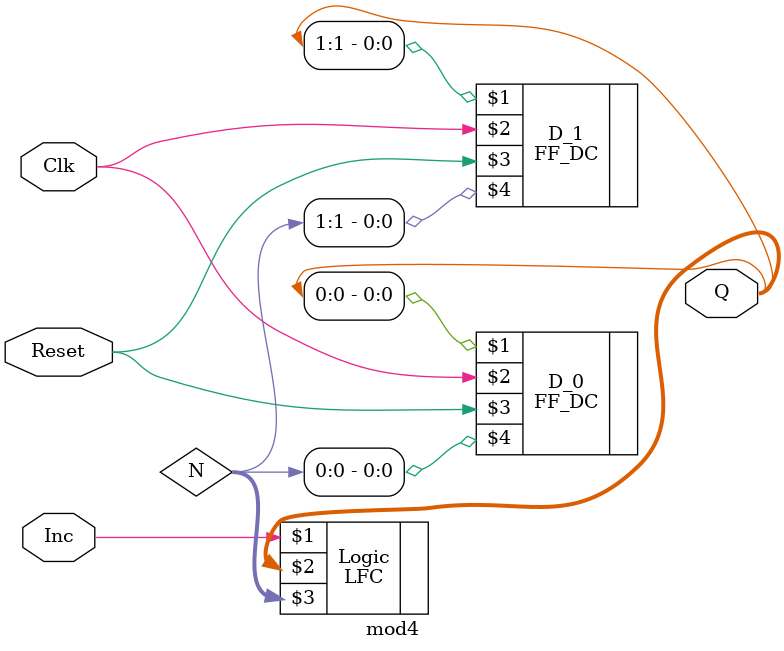
<source format=v>
`timescale 1ns / 1ps
module mod4(
    input Inc,
    input Reset,
    input Clk,
    output[1:0] Q
    );
		wire [1:0] N;

		//assign N = {~Reset&(~Inc&Q[1]|Q[1]&~Q[0]|~Q[1]&Q[0]),~Reset&(~Inc&Q[0]|Inc&~Q[0])};
		
		LFC Logic( Inc , Q , N);	
		FF_DC D_1(Q[1] , Clk , Reset , N[1]);
		FF_DC D_0(Q[0] , Clk , Reset , N[0]);
			
		
		

endmodule

</source>
